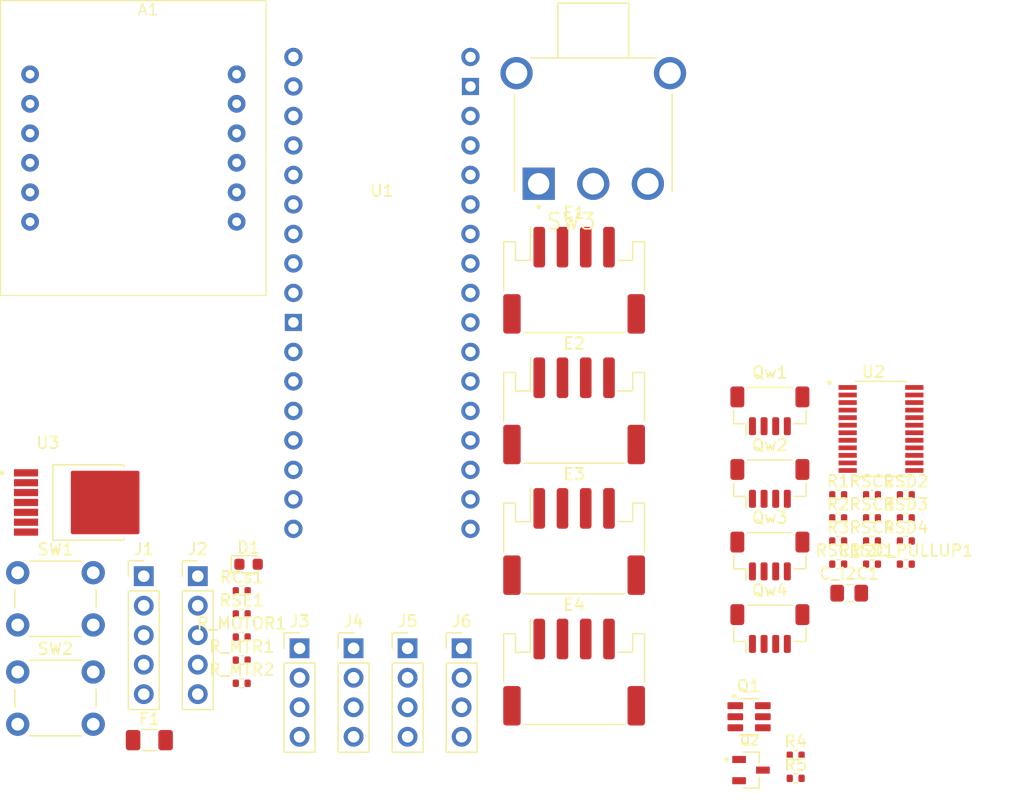
<source format=kicad_pcb>
(kicad_pcb (version 20221018) (generator pcbnew)
  (layers (0 "F.Cu" signal) (31 "B.Cu" signal) (34 "B.Paste" user) (35 "F.Paste" user) (36 "B.SilkS" user "B.Silkscreen") (37 "F.SilkS" user "F.Silkscreen") (38 "B.Mask" user) (39 "F.Mask" user) (44 "Edge.Cuts" user))
  (net 0 "")
  (net 1 "+3.3V")
  (net 3 "GND")
  (net 4 "/SCK")
  (net 5 "/MISO")
  (net 6 "/IMU_INT")
  (net 8 "/IMU_RST")
  (net 9 "/MOSI")
  (net 10 "/IMU_CS")
  (net 11 "/BUCK_5V")
  (net 12 "Net-(D1-A)")
  (net 13 "/HALL_FL_A")
  (net 14 "/HALL_FL_B")
  (net 15 "/HALL_BL_A")
  (net 16 "/HALL_BL_B")
  (net 17 "/HALL_FR_A")
  (net 18 "/HALL_FR_B")
  (net 19 "/HALL_BR_A")
  (net 20 "/HALL_BR_B")
  (net 21 "/VBAT_MOTOR")
  (net 22 "/VBAT_MOTOR_PRE")
  (net 23 "/VBAT")
  (net 24 "/DIR1_L")
  (net 25 "/PWM1_L")
  (net 26 "/DIR2_L")
  (net 27 "/PWM2_L")
  (net 28 "/DIR1_R")
  (net 29 "/PWM1_R")
  (net 30 "/DIR2_R")
  (net 31 "/PWM2_R")
  (net 32 "/RX")
  (net 33 "/TX")
  (net 34 "Net-(Q1-Pad1)")
  (net 35 "Net-(Q1-Pad2)")
  (net 36 "+5V")
  (net 37 "/Qwiic/SD0")
  (net 38 "/Qwiic/SC0")
  (net 39 "/Qwiic/SD1")
  (net 40 "/Qwiic/SC1")
  (net 41 "/Qwiic/SD2")
  (net 42 "/Qwiic/SC2")
  (net 43 "/Qwiic/SD3")
  (net 44 "/Qwiic/SC3")
  (net 45 "Net-(U2-A0)")
  (net 46 "Net-(U2-A1)")
  (net 47 "Net-(U2-A2)")
  (net 48 "Net-(U3-CS)")
  (net 49 "Net-(U3-SE)")
  (net 50 "Net-(U2-~{RESET})")
  (net 51 "Net-(R_MTR1-Pad1)")
  (net 52 "Net-(U3-INPUT)")
  (net 53 "/RST")
  (net 54 "/BOOT")
  (net 57 "/SDA")
  (net 58 "/SCL")
  (footprint "Resistor_SMD:R_0402_1005Metric" (layer "F.Cu") (at 160.74 126.51)
    (fp_text reference "R4" (at 0 -1.17) (layer "F.SilkS"))
    (fp_text value "10K")
    (pad "1" smd roundrect (at -0.51 0) (size 0.54 0.64) (layers "F.Cu" "F.Paste" "F.Mask") (net 35 "Net-(Q1-Pad2)"))
    (pad "2" smd roundrect (at 0.51 0) (size 0.54 0.64) (layers "F.Cu" "F.Paste" "F.Mask") (net 3 "GND"))
  )
  (footprint "Resistor_SMD:R_0402_1005Metric" (layer "F.Cu") (at 170.22 104.08)
    (fp_text reference "RSD2" (at 0 -1.17) (layer "F.SilkS"))
    (fp_text value "10k")
    (pad "1" smd roundrect (at -0.51 0) (size 0.54 0.64) (layers "F.Cu" "F.Paste" "F.Mask") (net 39 "/Qwiic/SD1"))
    (pad "2" smd roundrect (at 0.51 0) (size 0.54 0.64) (layers "F.Cu" "F.Paste" "F.Mask") (net 1 "+3.3V"))
  )
  (footprint "Fuse:Fuse_1206_3216Metric" (layer "F.Cu") (at 105.11 125.21)
    (fp_text reference "F1" (at 0 -1.82) (layer "F.SilkS"))
    (fp_text value "20A")
    (pad "1" smd roundrect (at -1.4 0) (size 1.25 1.75) (layers "F.Cu" "F.Paste" "F.Mask") (roundrect_rratio 0.2) (net 21 "/VBAT_MOTOR"))
    (pad "2" smd roundrect (at 1.4 0) (size 1.25 1.75) (layers "F.Cu" "F.Paste" "F.Mask") (roundrect_rratio 0.2) (net 22 "/VBAT_MOTOR_PRE"))
  )
  (footprint "Resistor_SMD:R_0402_1005Metric" (layer "F.Cu") (at 164.4 108.06)
    (fp_text reference "R3" (at 0 -1.17) (layer "F.SilkS"))
    (fp_text value "10K")
    (pad "1" smd roundrect (at -0.51 0) (size 0.54 0.64) (layers "F.Cu" "F.Paste" "F.Mask") (net 47 "Net-(U2-A2)"))
    (pad "2" smd roundrect (at 0.51 0) (size 0.54 0.64) (layers "F.Cu" "F.Paste" "F.Mask") (net 3 "GND"))
  )
  (footprint "Resistor_SMD:R_0402_1005Metric" (layer "F.Cu") (at 170.22 108.06)
    (fp_text reference "RSD4" (at 0 -1.17) (layer "F.SilkS"))
    (fp_text value "10k")
    (pad "1" smd roundrect (at -0.51 0) (size 0.54 0.64) (layers "F.Cu" "F.Paste" "F.Mask") (net 43 "/Qwiic/SD3"))
    (pad "2" smd roundrect (at 0.51 0) (size 0.54 0.64) (layers "F.Cu" "F.Paste" "F.Mask") (net 1 "+3.3V"))
  )
  (footprint "Resistor_SMD:R_0402_1005Metric" (layer "F.Cu") (at 113.06 114.34)
    (fp_text reference "RSE1" (at 0 -1.17) (layer "F.SilkS"))
    (fp_text value "15k")
    (pad "1" smd roundrect (at -0.51 0) (size 0.54 0.64) (layers "F.Cu" "F.Paste" "F.Mask") (net 49 "Net-(U3-SE)"))
    (pad "2" smd roundrect (at 0.51 0) (size 0.54 0.64) (layers "F.Cu" "F.Paste" "F.Mask") (net 3 "GND"))
  )
  (footprint "LED_SMD:LED_0603_1608Metric" (layer "F.Cu") (at 113.65 110.06)
    (fp_text reference "D1" (at 0 -1.43) (layer "F.SilkS"))
    (fp_text value "MOTOR_LED")
    (pad "1" smd roundrect (at -0.7875 0) (size 0.875 0.95) (layers "F.Cu" "F.Paste" "F.Mask") (net 3 "GND"))
    (pad "2" smd roundrect (at 0.7875 0) (size 0.875 0.95) (layers "F.Cu" "F.Paste" "F.Mask") (net 12 "Net-(D1-A)"))
  )
  (footprint "2.679:SW_500SSP1S1M6QEA" (layer "F.Cu") (at 143.32 72.53)
    (fp_text reference "SW3" (at -1.905 8.001) (layer "F.SilkS") (effects (font (size 1.4 1.4))))
    (fp_text value "SW_PWR")
    (pad "1" thru_hole rect (at -4.7 4.765) (size 2.775 2.775) (drill 1.85) (layers "*.Cu" "*.Mask") (net 51 "Net-(R_MTR1-Pad1)"))
    (pad "2" thru_hole circle (at 0 4.765) (size 2.775 2.775) (drill 1.85) (layers "*.Cu" "*.Mask") (net 23 "/VBAT"))
    (pad "3" thru_hole circle (at 4.7 4.765) (size 2.775 2.775) (drill 1.85) (layers "*.Cu" "*.Mask"))
    (pad "S1" thru_hole circle (at -6.605 -4.765) (size 2.775 2.775) (drill 1.85) (layers "*.Cu" "*.Mask"))
    (pad "S2" thru_hole circle (at 6.605 -4.765) (size 2.775 2.775) (drill 1.85) (layers "*.Cu" "*.Mask"))
  )
  (footprint "Resistor_SMD:R_0402_1005Metric" (layer "F.Cu") (at 167.31 104.08)
    (fp_text reference "RSC2" (at 0 -1.17) (layer "F.SilkS"))
    (fp_text value "10k")
    (pad "1" smd roundrect (at -0.51 0) (size 0.54 0.64) (layers "F.Cu" "F.Paste" "F.Mask") (net 40 "/Qwiic/SC1"))
    (pad "2" smd roundrect (at 0.51 0) (size 0.54 0.64) (layers "F.Cu" "F.Paste" "F.Mask") (net 1 "+3.3V"))
  )
  (footprint "Resistor_SMD:R_0402_1005Metric" (layer "F.Cu") (at 113.06 120.31)
    (fp_text reference "R_MTR2" (at 0 -1.17) (layer "F.SilkS"))
    (fp_text value "15k")
    (pad "1" smd roundrect (at -0.51 0) (size 0.54 0.64) (layers "F.Cu" "F.Paste" "F.Mask") (net 52 "Net-(U3-INPUT)"))
    (pad "2" smd roundrect (at 0.51 0) (size 0.54 0.64) (layers "F.Cu" "F.Paste" "F.Mask") (net 3 "GND"))
  )
  (footprint "Connector_PinHeader_2.54mm:PinHeader_1x05_P2.54mm_Vertical" (layer "F.Cu") (at 104.63 111.09)
    (fp_text reference "J1" (at 0 -2.33) (layer "F.SilkS"))
    (fp_text value "Motor Control L")
    (pad "1" thru_hole rect (at 0 0) (size 1.7 1.7) (drill 1) (layers "*.Cu" "*.Mask") (net 24 "/DIR1_L"))
    (pad "2" thru_hole oval (at 0 2.54) (size 1.7 1.7) (drill 1) (layers "*.Cu" "*.Mask") (net 25 "/PWM1_L"))
    (pad "3" thru_hole oval (at 0 5.08) (size 1.7 1.7) (drill 1) (layers "*.Cu" "*.Mask") (net 26 "/DIR2_L"))
    (pad "4" thru_hole oval (at 0 7.62) (size 1.7 1.7) (drill 1) (layers "*.Cu" "*.Mask") (net 27 "/PWM2_L"))
    (pad "5" thru_hole oval (at 0 10.16) (size 1.7 1.7) (drill 1) (layers "*.Cu" "*.Mask") (net 3 "GND"))
  )
  (footprint "Connector_JST:JST_PH_S4B-PH-SM4-TB_1x04-1MP_P2.00mm_Horizontal" (layer "F.Cu") (at 141.67 85.6)
    (fp_text reference "E1" (at 0 -5.8) (layer "F.SilkS"))
    (fp_text value "FL Encoder")
    (pad "1" smd roundrect (at -3 -2.85) (size 1 3.5) (layers "F.Cu" "F.Paste" "F.Mask") (net 13 "/HALL_FL_A"))
    (pad "2" smd roundrect (at -1 -2.85) (size 1 3.5) (layers "F.Cu" "F.Paste" "F.Mask") (net 14 "/HALL_FL_B"))
    (pad "3" smd roundrect (at 1 -2.85) (size 1 3.5) (layers "F.Cu" "F.Paste" "F.Mask") (net 1 "+3.3V"))
    (pad "4" smd roundrect (at 3 -2.85) (size 1 3.5) (layers "F.Cu" "F.Paste" "F.Mask") (net 3 "GND"))
    (pad "MP" smd roundrect (at -5.35 2.9) (size 1.5 3.4) (layers "F.Cu" "F.Paste" "F.Mask") (roundrect_rratio 0.166667))
    (pad "MP" smd roundrect (at 5.35 2.9) (size 1.5 3.4) (layers "F.Cu" "F.Paste" "F.Mask") (roundrect_rratio 0.166667))
  )
  (footprint "Connector_PinHeader_2.54mm:PinHeader_1x04_P2.54mm_Vertical" (layer "F.Cu") (at 122.69 117.3)
    (fp_text reference "J4" (at 0 -2.33) (layer "F.SilkS"))
    (fp_text value "3.3V")
    (pad "1" thru_hole rect (at 0 0) (size 1.7 1.7) (drill 1) (layers "*.Cu" "*.Mask") (net 1 "+3.3V"))
    (pad "2" thru_hole oval (at 0 2.54) (size 1.7 1.7) (drill 1) (layers "*.Cu" "*.Mask") (net 1 "+3.3V"))
    (pad "3" thru_hole oval (at 0 5.08) (size 1.7 1.7) (drill 1) (layers "*.Cu" "*.Mask") (net 1 "+3.3V"))
    (pad "4" thru_hole oval (at 0 7.62) (size 1.7 1.7) (drill 1) (layers "*.Cu" "*.Mask") (net 1 "+3.3V"))
  )
  (footprint "footprints:SOT95P285X140-6N" (layer "F.Cu") (at 156.73 123.1935)
    (fp_text reference "Q1" (at -0.04299 -2.635) (layer "F.SilkS"))
    (fp_text value "DMMT5401-7-F")
    (pad "1" smd roundrect (at -1.185 -0.95) (size 1.35 0.6) (layers "F.Cu" "F.Paste" "F.Mask") (roundrect_rratio 0.15) (net 34 "Net-(Q1-Pad1)"))
    (pad "2" smd roundrect (at -1.185 0) (size 1.35 0.6) (layers "F.Cu" "F.Paste" "F.Mask") (roundrect_rratio 0.15) (net 35 "Net-(Q1-Pad2)"))
    (pad "3" smd roundrect (at -1.185 0.95) (size 1.35 0.6) (layers "F.Cu" "F.Paste" "F.Mask") (roundrect_rratio 0.15) (net 35 "Net-(Q1-Pad2)"))
    (pad "4" smd roundrect (at 1.185 0.95) (size 1.35 0.6) (layers "F.Cu" "F.Paste" "F.Mask") (roundrect_rratio 0.15) (net 35 "Net-(Q1-Pad2)"))
    (pad "5" smd roundrect (at 1.185 0) (size 1.35 0.6) (layers "F.Cu" "F.Paste" "F.Mask") (roundrect_rratio 0.15) (net 11 "/BUCK_5V"))
    (pad "6" smd roundrect (at 1.185 -0.95) (size 1.35 0.6) (layers "F.Cu" "F.Paste" "F.Mask") (roundrect_rratio 0.15) (net 36 "+5V"))
  )
  (footprint "Resistor_SMD:R_0402_1005Metric" (layer "F.Cu") (at 167.31 108.06)
    (fp_text reference "RSC4" (at 0 -1.17) (layer "F.SilkS"))
    (fp_text value "10k")
    (pad "1" smd roundrect (at -0.51 0) (size 0.54 0.64) (layers "F.Cu" "F.Paste" "F.Mask") (net 44 "/Qwiic/SC3"))
    (pad "2" smd roundrect (at 0.51 0) (size 0.54 0.64) (layers "F.Cu" "F.Paste" "F.Mask") (net 1 "+3.3V"))
  )
  (footprint "Resistor_SMD:R_0402_1005Metric" (layer "F.Cu") (at 113.06 118.32)
    (fp_text reference "R_MTR1" (at 0 -1.17) (layer "F.SilkS"))
    (fp_text value "15k")
    (pad "1" smd roundrect (at -0.51 0) (size 0.54 0.64) (layers "F.Cu" "F.Paste" "F.Mask") (net 51 "Net-(R_MTR1-Pad1)"))
    (pad "2" smd roundrect (at 0.51 0) (size 0.54 0.64) (layers "F.Cu" "F.Paste" "F.Mask") (net 52 "Net-(U3-INPUT)"))
  )
  (footprint "Connector_JST:JST_PH_S4B-PH-SM4-TB_1x04-1MP_P2.00mm_Horizontal" (layer "F.Cu") (at 141.67 108.1)
    (fp_text reference "E3" (at 0 -5.8) (layer "F.SilkS"))
    (fp_text value "FR Encoder")
    (pad "1" smd roundrect (at -3 -2.85) (size 1 3.5) (layers "F.Cu" "F.Paste" "F.Mask") (net 17 "/HALL_FR_A"))
    (pad "2" smd roundrect (at -1 -2.85) (size 1 3.5) (layers "F.Cu" "F.Paste" "F.Mask") (net 18 "/HALL_FR_B"))
    (pad "3" smd roundrect (at 1 -2.85) (size 1 3.5) (layers "F.Cu" "F.Paste" "F.Mask") (net 1 "+3.3V"))
    (pad "4" smd roundrect (at 3 -2.85) (size 1 3.5) (layers "F.Cu" "F.Paste" "F.Mask") (net 3 "GND"))
    (pad "MP" smd roundrect (at -5.35 2.9) (size 1.5 3.4) (layers "F.Cu" "F.Paste" "F.Mask") (roundrect_rratio 0.166667))
    (pad "MP" smd roundrect (at 5.35 2.9) (size 1.5 3.4) (layers "F.Cu" "F.Paste" "F.Mask") (roundrect_rratio 0.166667))
  )
  (footprint "Capacitor_SMD:C_0805_2012Metric_Pad1.18x1.45mm_HandSolder" (layer "F.Cu") (at 165.35 112.55)
    (fp_text reference "C_i2C1" (at 0 -1.68) (layer "F.SilkS"))
    (fp_text value "10uF")
    (pad "1" smd roundrect (at -1.0375 0) (size 1.175 1.45) (layers "F.Cu" "F.Paste" "F.Mask") (roundrect_rratio 0.212766) (net 1 "+3.3V"))
    (pad "2" smd roundrect (at 1.0375 0) (size 1.175 1.45) (layers "F.Cu" "F.Paste" "F.Mask") (roundrect_rratio 0.212766) (net 3 "GND"))
  )
  (footprint "Connector_JST:JST_SH_BM04B-SRSS-TB_1x04-1MP_P1.00mm_Vertical" (layer "F.Cu") (at 158.52 115.6)
    (fp_text reference "Qw4" (at 0 -3.3) (layer "F.SilkS"))
    (fp_text value "Qwiic")
    (pad "1" smd roundrect (at -1.5 1.325) (size 0.6 1.55) (layers "F.Cu" "F.Paste" "F.Mask") (net 3 "GND"))
    (pad "2" smd roundrect (at -0.5 1.325) (size 0.6 1.55) (layers "F.Cu" "F.Paste" "F.Mask") (net 1 "+3.3V"))
    (pad "3" smd roundrect (at 0.5 1.325) (size 0.6 1.55) (layers "F.Cu" "F.Paste" "F.Mask") (net 43 "/Qwiic/SD3"))
    (pad "4" smd roundrect (at 1.5 1.325) (size 0.6 1.55) (layers "F.Cu" "F.Paste" "F.Mask") (net 44 "/Qwiic/SC3"))
    (pad "MP" smd roundrect (at -2.8 -1.2) (size 1.2 1.8) (layers "F.Cu" "F.Paste" "F.Mask") (roundrect_rratio 0.208333))
    (pad "MP" smd roundrect (at 2.8 -1.2) (size 1.2 1.8) (layers "F.Cu" "F.Paste" "F.Mask") (roundrect_rratio 0.208333))
  )
  (footprint "Connector_PinHeader_2.54mm:PinHeader_1x04_P2.54mm_Vertical" (layer "F.Cu") (at 127.34 117.3)
    (fp_text reference "J5" (at 0 -2.33) (layer "F.SilkS"))
    (fp_text value "UART")
    (pad "1" thru_hole rect (at 0 0) (size 1.7 1.7) (drill 1) (layers "*.Cu" "*.Mask") (net 3 "GND"))
    (pad "2" thru_hole oval (at 0 2.54) (size 1.7 1.7) (drill 1) (layers "*.Cu" "*.Mask") (net 1 "+3.3V"))
    (pad "3" thru_hole oval (at 0 5.08) (size 1.7 1.7) (drill 1) (layers "*.Cu" "*.Mask") (net 32 "/RX"))
    (pad "4" thru_hole oval (at 0 7.62) (size 1.7 1.7) (drill 1) (layers "*.Cu" "*.Mask") (net 33 "/TX"))
  )
  (footprint "Connector_JST:JST_SH_BM04B-SRSS-TB_1x04-1MP_P1.00mm_Vertical" (layer "F.Cu") (at 158.52 109.35)
    (fp_text reference "Qw3" (at 0 -3.3) (layer "F.SilkS"))
    (fp_text value "Qwiic")
    (pad "1" smd roundrect (at -1.5 1.325) (size 0.6 1.55) (layers "F.Cu" "F.Paste" "F.Mask") (net 3 "GND"))
    (pad "2" smd roundrect (at -0.5 1.325) (size 0.6 1.55) (layers "F.Cu" "F.Paste" "F.Mask") (net 1 "+3.3V"))
    (pad "3" smd roundrect (at 0.5 1.325) (size 0.6 1.55) (layers "F.Cu" "F.Paste" "F.Mask") (net 41 "/Qwiic/SD2"))
    (pad "4" smd roundrect (at 1.5 1.325) (size 0.6 1.55) (layers "F.Cu" "F.Paste" "F.Mask") (net 42 "/Qwiic/SC2"))
    (pad "MP" smd roundrect (at -2.8 -1.2) (size 1.2 1.8) (layers "F.Cu" "F.Paste" "F.Mask") (roundrect_rratio 0.208333))
    (pad "MP" smd roundrect (at 2.8 -1.2) (size 1.2 1.8) (layers "F.Cu" "F.Paste" "F.Mask") (roundrect_rratio 0.208333))
  )
  (footprint "Button_Switch_THT:SW_PUSH_6mm" (layer "F.Cu") (at 93.78 119.34)
    (fp_text reference "SW2" (at 3.25 -2) (layer "F.SilkS"))
    (fp_text value "BOOT_SW")
    (pad "1" thru_hole circle (at 0 0 90) (size 2 2) (drill 1.1) (layers "*.Cu" "*.Mask") (net 54 "/BOOT"))
    (pad "1" thru_hole circle (at 6.5 0 90) (size 2 2) (drill 1.1) (layers "*.Cu" "*.Mask") (net 54 "/BOOT"))
    (pad "2" thru_hole circle (at 0 4.5 90) (size 2 2) (drill 1.1) (layers "*.Cu" "*.Mask") (net 3 "GND"))
    (pad "2" thru_hole circle (at 6.5 4.5 90) (size 2 2) (drill 1.1) (layers "*.Cu" "*.Mask") (net 3 "GND"))
  )
  (footprint "Resistor_SMD:R_0402_1005Metric" (layer "F.Cu") (at 170.22 110.05)
    (fp_text reference "R_I2C_PULLUP1" (at 0 -1.17) (layer "F.SilkS"))
    (fp_text value "10K")
    (pad "1" smd roundrect (at -0.51 0) (size 0.54 0.64) (layers "F.Cu" "F.Paste" "F.Mask") (net 1 "+3.3V"))
    (pad "2" smd roundrect (at 0.51 0) (size 0.54 0.64) (layers "F.Cu" "F.Paste" "F.Mask") (net 50 "Net-(U2-~{RESET})"))
  )
  (footprint "2.004:DPAK85P972X240-8N" (layer "F.Cu") (at 98.8575 104.74)
    (fp_text reference "U3" (at -2.4775 -5.135) (layer "F.SilkS"))
    (fp_text value "MOTOR_PWR")
    (pad "1" smd roundrect (at -4.3625 -2.55) (size 2.08 0.62) (layers "F.Cu" "F.Paste" "F.Mask") (roundrect_rratio 0.02) (net 22 "/VBAT_MOTOR_PRE"))
    (pad "2" smd roundrect (at -4.3625 -1.7) (size 2.08 0.62) (layers "F.Cu" "F.Paste" "F.Mask") (roundrect_rratio 0.02) (net 22 "/VBAT_MOTOR_PRE"))
    (pad "3" smd roundrect (at -4.3625 -0.85) (size 2.08 0.62) (layers "F.Cu" "F.Paste" "F.Mask") (roundrect_rratio 0.02) (net 22 "/VBAT_MOTOR_PRE"))
    (pad "4" smd roundrect (at -4.3625 0) (size 2.08 0.62) (layers "F.Cu" "F.Paste" "F.Mask") (roundrect_rratio 0.02) (net 52 "Net-(U3-INPUT)"))
    (pad "5" smd roundrect (at -4.3625 0.85) (size 2.08 0.62) (layers "F.Cu" "F.Paste" "F.Mask") (roundrect_rratio 0.02) (net 48 "Net-(U3-CS)"))
    (pad "6" smd roundrect (at -4.3625 1.7) (size 2.08 0.62) (layers "F.Cu" "F.Paste" "F.Mask") (roundrect_rratio 0.02) (net 49 "Net-(U3-SE)"))
    (pad "7" smd roundrect (at -4.3625 2.55) (size 2.08 0.62) (layers "F.Cu" "F.Paste" "F.Mask") (roundrect_rratio 0.02) (net 3 "GND"))
    (pad "8" smd roundrect (at 2.4475 0) (size 5.91 5.47) (layers "F.Cu" "F.Mask") (roundrect_rratio 0.03) (net 23 "/VBAT"))
  )
  (footprint "Resistor_SMD:R_0402_1005Metric" (layer "F.Cu") (at 167.31 110.05)
    (fp_text reference "RSD1" (at 0 -1.17) (layer "F.SilkS"))
    (fp_text value "10k")
    (pad "1" smd roundrect (at -0.51 0) (size 0.54 0.64) (layers "F.Cu" "F.Paste" "F.Mask") (net 37 "/Qwiic/SD0"))
    (pad "2" smd roundrect (at 0.51 0) (size 0.54 0.64) (layers "F.Cu" "F.Paste" "F.Mask") (net 1 "+3.3V"))
  )
  (footprint "Resistor_SMD:R_0402_1005Metric" (layer "F.Cu") (at 164.4 104.08)
    (fp_text reference "R1" (at 0 -1.17) (layer "F.SilkS"))
    (fp_text value "10K")
    (pad "1" smd roundrect (at -0.51 0) (size 0.54 0.64) (layers "F.Cu" "F.Paste" "F.Mask") (net 45 "Net-(U2-A0)"))
    (pad "2" smd roundrect (at 0.51 0) (size 0.54 0.64) (layers "F.Cu" "F.Paste" "F.Mask") (net 3 "GND"))
  )
  (footprint "Connector_JST:JST_PH_S4B-PH-SM4-TB_1x04-1MP_P2.00mm_Horizontal" (layer "F.Cu") (at 141.67 96.85)
    (fp_text reference "E2" (at 0 -5.8) (layer "F.SilkS"))
    (fp_text value "BL Encoder")
    (pad "1" smd roundrect (at -3 -2.85) (size 1 3.5) (layers "F.Cu" "F.Paste" "F.Mask") (net 15 "/HALL_BL_A"))
    (pad "2" smd roundrect (at -1 -2.85) (size 1 3.5) (layers "F.Cu" "F.Paste" "F.Mask") (net 16 "/HALL_BL_B"))
    (pad "3" smd roundrect (at 1 -2.85) (size 1 3.5) (layers "F.Cu" "F.Paste" "F.Mask") (net 1 "+3.3V"))
    (pad "4" smd roundrect (at 3 -2.85) (size 1 3.5) (layers "F.Cu" "F.Paste" "F.Mask") (net 3 "GND"))
    (pad "MP" smd roundrect (at -5.35 2.9) (size 1.5 3.4) (layers "F.Cu" "F.Paste" "F.Mask") (roundrect_rratio 0.166667))
    (pad "MP" smd roundrect (at 5.35 2.9) (size 1.5 3.4) (layers "F.Cu" "F.Paste" "F.Mask") (roundrect_rratio 0.166667))
  )
  (footprint "Button_Switch_THT:SW_PUSH_6mm" (layer "F.Cu") (at 93.78 110.79)
    (fp_text reference "SW1" (at 3.25 -2) (layer "F.SilkS"))
    (fp_text value "RST_SW")
    (pad "1" thru_hole circle (at 0 0 90) (size 2 2) (drill 1.1) (layers "*.Cu" "*.Mask") (net 3 "GND"))
    (pad "1" thru_hole circle (at 6.5 0 90) (size 2 2) (drill 1.1) (layers "*.Cu" "*.Mask") (net 3 "GND"))
    (pad "2" thru_hole circle (at 0 4.5 90) (size 2 2) (drill 1.1) (layers "*.Cu" "*.Mask") (net 53 "/RST"))
    (pad "2" thru_hole circle (at 6.5 4.5 90) (size 2 2) (drill 1.1) (layers "*.Cu" "*.Mask") (net 53 "/RST"))
  )
  (footprint "Resistor_SMD:R_0402_1005Metric" (layer "F.Cu") (at 113.06 116.33)
    (fp_text reference "R_MOTOR1" (at 0 -1.17) (layer "F.SilkS"))
    (fp_text value "1kΩ")
    (pad "1" smd roundrect (at -0.51 0) (size 0.54 0.64) (layers "F.Cu" "F.Paste" "F.Mask") (net 21 "/VBAT_MOTOR"))
    (pad "2" smd roundrect (at 0.51 0) (size 0.54 0.64) (layers "F.Cu" "F.Paste" "F.Mask") (net 12 "Net-(D1-A)"))
  )
  (footprint "Resistor_SMD:R_0402_1005Metric" (layer "F.Cu") (at 164.4 110.05)
    (fp_text reference "RSC1" (at 0 -1.17) (layer "F.SilkS"))
    (fp_text value "10k")
    (pad "1" smd roundrect (at -0.51 0) (size 0.54 0.64) (layers "F.Cu" "F.Paste" "F.Mask") (net 38 "/Qwiic/SC0"))
    (pad "2" smd roundrect (at 0.51 0) (size 0.54 0.64) (layers "F.Cu" "F.Paste" "F.Mask") (net 1 "+3.3V"))
  )
  (footprint "Connector_PinHeader_2.54mm:PinHeader_1x05_P2.54mm_Vertical" (layer "F.Cu") (at 109.28 111.09)
    (fp_text reference "J2" (at 0 -2.33) (layer "F.SilkS"))
    (fp_text value "Motor Control R")
    (pad "1" thru_hole rect (at 0 0) (size 1.7 1.7) (drill 1) (layers "*.Cu" "*.Mask") (net 28 "/DIR1_R"))
    (pad "2" thru_hole oval (at 0 2.54) (size 1.7 1.7) (drill 1) (layers "*.Cu" "*.Mask") (net 29 "/PWM1_R"))
    (pad "3" thru_hole oval (at 0 5.08) (size 1.7 1.7) (drill 1) (layers "*.Cu" "*.Mask") (net 30 "/DIR2_R"))
    (pad "4" thru_hole oval (at 0 7.62) (size 1.7 1.7) (drill 1) (layers "*.Cu" "*.Mask") (net 31 "/PWM2_R"))
    (pad "5" thru_hole oval (at 0 10.16) (size 1.7 1.7) (drill 1) (layers "*.Cu" "*.Mask") (net 3 "GND"))
  )
  (footprint "Resistor_SMD:R_0402_1005Metric" (layer "F.Cu") (at 170.22 106.07)
    (fp_text reference "RSD3" (at 0 -1.17) (layer "F.SilkS"))
    (fp_text value "10k")
    (pad "1" smd roundrect (at -0.51 0) (size 0.54 0.64) (layers "F.Cu" "F.Paste" "F.Mask") (net 41 "/Qwiic/SD2"))
    (pad "2" smd roundrect (at 0.51 0) (size 0.54 0.64) (layers "F.Cu" "F.Paste" "F.Mask") (net 1 "+3.3V"))
  )
  (footprint "Adafruit:Adafruit_BNO085" (layer "F.Cu") (at 105.005 62.785)
    (fp_text reference "A1" (at 0 -0.5 unlocked) (layer "F.SilkS") (effects (font (thickness 0.1))))
    (fp_text value "BNO085")
    (pad "1" thru_hole circle (at -10.16 5.08) (size 1.524 1.524) (drill 0.762) (layers "*.Cu" "*.Mask") (net 1 "+3.3V"))
    (pad "2" thru_hole circle (at -10.16 7.62) (size 1.524 1.524) (drill 0.762) (layers "*.Cu" "*.Mask"))
    (pad "3" thru_hole circle (at -10.16 10.16) (size 1.524 1.524) (drill 0.762) (layers "*.Cu" "*.Mask") (net 3 "GND"))
    (pad "4" thru_hole circle (at -10.16 12.7) (size 1.524 1.524) (drill 0.762) (layers "*.Cu" "*.Mask") (net 4 "/SCK"))
    (pad "5" thru_hole circle (at -10.16 15.24) (size 1.524 1.524) (drill 0.762) (layers "*.Cu" "*.Mask") (net 5 "/MISO"))
    (pad "6" thru_hole circle (at -10.16 17.78) (size 1.524 1.524) (drill 0.762) (layers "*.Cu" "*.Mask") (net 6 "/IMU_INT"))
    (pad "7" thru_hole circle (at 7.62 5.08) (size 1.524 1.524) (drill 0.762) (layers "*.Cu" "*.Mask"))
    (pad "8" thru_hole circle (at 7.62 7.62) (size 1.524 1.524) (drill 0.762) (layers "*.Cu" "*.Mask") (net 1 "+3.3V"))
    (pad "9" thru_hole circle (at 7.62 10.16) (size 1.524 1.524) (drill 0.762) (layers "*.Cu" "*.Mask") (net 1 "+3.3V"))
    (pad "10" thru_hole circle (at 7.62 12.7) (size 1.524 1.524) (drill 0.762) (layers "*.Cu" "*.Mask") (net 8 "/IMU_RST"))
    (pad "11" thru_hole circle (at 7.62 15.24) (size 1.524 1.524) (drill 0.762) (layers "*.Cu" "*.Mask") (net 9 "/MOSI"))
    (pad "12" thru_hole circle (at 7.62 17.78) (size 1.524 1.524) (drill 0.762) (layers "*.Cu" "*.Mask") (net 10 "/IMU_CS"))
  )
  (footprint "Resistor_SMD:R_0402_1005Metric" (layer "F.Cu") (at 167.31 106.07)
    (fp_text reference "RSC3" (at 0 -1.17) (layer "F.SilkS"))
    (fp_text value "10k")
    (pad "1" smd roundrect (at -0.51 0) (size 0.54 0.64) (layers "F.Cu" "F.Paste" "F.Mask") (net 42 "/Qwiic/SC2"))
    (pad "2" smd roundrect (at 0.51 0) (size 0.54 0.64) (layers "F.Cu" "F.Paste" "F.Mask") (net 1 "+3.3V"))
  )
  (footprint "Connector_JST:JST_SH_BM04B-SRSS-TB_1x04-1MP_P1.00mm_Vertical" (layer "F.Cu") (at 158.52 103.1)
    (fp_text reference "Qw2" (at 0 -3.3) (layer "F.SilkS"))
    (fp_text value "Qwiic")
    (pad "1" smd roundrect (at -1.5 1.325) (size 0.6 1.55) (layers "F.Cu" "F.Paste" "F.Mask") (net 3 "GND"))
    (pad "2" smd roundrect (at -0.5 1.325) (size 0.6 1.55) (layers "F.Cu" "F.Paste" "F.Mask") (net 1 "+3.3V"))
    (pad "3" smd roundrect (at 0.5 1.325) (size 0.6 1.55) (layers "F.Cu" "F.Paste" "F.Mask") (net 39 "/Qwiic/SD1"))
    (pad "4" smd roundrect (at 1.5 1.325) (size 0.6 1.55) (layers "F.Cu" "F.Paste" "F.Mask") (net 40 "/Qwiic/SC1"))
    (pad "MP" smd roundrect (at -2.8 -1.2) (size 1.2 1.8) (layers "F.Cu" "F.Paste" "F.Mask") (roundrect_rratio 0.208333))
    (pad "MP" smd roundrect (at 2.8 -1.2) (size 1.2 1.8) (layers "F.Cu" "F.Paste" "F.Mask") (roundrect_rratio 0.208333))
  )
  (footprint "Connector_PinHeader_2.54mm:PinHeader_1x04_P2.54mm_Vertical" (layer "F.Cu") (at 118.04 117.3)
    (fp_text reference "J3" (at 0 -2.33) (layer "F.SilkS"))
    (fp_text value "GND")
    (pad "1" thru_hole rect (at 0 0) (size 1.7 1.7) (drill 1) (layers "*.Cu" "*.Mask") (net 3 "GND"))
    (pad "2" thru_hole oval (at 0 2.54) (size 1.7 1.7) (drill 1) (layers "*.Cu" "*.Mask") (net 3 "GND"))
    (pad "3" thru_hole oval (at 0 5.08) (size 1.7 1.7) (drill 1) (layers "*.Cu" "*.Mask") (net 3 "GND"))
    (pad "4" thru_hole oval (at 0 7.62) (size 1.7 1.7) (drill 1) (layers "*.Cu" "*.Mask") (net 3 "GND"))
  )
  (footprint "Connector_PinHeader_2.54mm:PinHeader_1x04_P2.54mm_Vertical" (layer "F.Cu") (at 131.99 117.3)
    (fp_text reference "J6" (at 0 -2.33) (layer "F.SilkS"))
    (fp_text value "5V")
    (pad "1" thru_hole rect (at 0 0) (size 1.7 1.7) (drill 1) (layers "*.Cu" "*.Mask") (net 11 "/BUCK_5V"))
    (pad "2" thru_hole oval (at 0 2.54) (size 1.7 1.7) (drill 1) (layers "*.Cu" "*.Mask") (net 11 "/BUCK_5V"))
    (pad "3" thru_hole oval (at 0 5.08) (size 1.7 1.7) (drill 1) (layers "*.Cu" "*.Mask") (net 11 "/BUCK_5V"))
    (pad "4" thru_hole oval (at 0 7.62) (size 1.7 1.7) (drill 1) (layers "*.Cu" "*.Mask") (net 11 "/BUCK_5V"))
  )
  (footprint "footprints:ProS3_TH" (layer "F.Cu") (at 125.15 86.6912)
    (fp_text reference "U1" (at 0 -8.8 unlocked) (layer "F.SilkS"))
    (fp_text value "ProS3")
    (pad "1" thru_hole circle (at 7.6 -20.32) (size 1.5748 1.5748) (drill 0.9) (layers "*.Cu" "*.Mask"))
    (pad "2" thru_hole rect (at 7.6 -17.78) (size 1.4732 1.4732) (drill 0.9) (layers "*.Cu" "*.Mask") (net 3 "GND"))
    (pad "3" thru_hole circle (at 7.6 -15.24) (size 1.5748 1.5748) (drill 0.9) (layers "*.Cu" "*.Mask") (net 36 "+5V"))
    (pad "4" thru_hole circle (at 7.6 -12.7) (size 1.5748 1.5748) (drill 0.9) (layers "*.Cu" "*.Mask") (net 1 "+3.3V"))
    (pad "5" thru_hole circle (at 7.6 -10.16) (size 1.5748 1.5748) (drill 0.9) (layers "*.Cu" "*.Mask") (net 13 "/HALL_FL_A"))
    (pad "6" thru_hole circle (at 7.6 -7.62) (size 1.5748 1.5748) (drill 0.9) (layers "*.Cu" "*.Mask") (net 14 "/HALL_FL_B"))
    (pad "7" thru_hole circle (at 7.6 -5.08) (size 1.5748 1.5748) (drill 0.9) (layers "*.Cu" "*.Mask") (net 30 "/DIR2_R"))
    (pad "8" thru_hole circle (at 7.6 -2.54) (size 1.5748 1.5748) (drill 0.9) (layers "*.Cu" "*.Mask") (net 15 "/HALL_BL_A"))
    (pad "9" thru_hole circle (at 7.6 0) (size 1.5748 1.5748) (drill 0.9) (layers "*.Cu" "*.Mask") (net 16 "/HALL_BL_B"))
    (pad "10" thru_hole circle (at 7.6 2.54) (size 1.5748 1.5748) (drill 0.9) (layers "*.Cu" "*.Mask") (net 17 "/HALL_FR_A"))
    (pad "11" thru_hole circle (at 7.6 5.08) (size 1.5748 1.5748) (drill 0.9) (layers "*.Cu" "*.Mask") (net 54 "/BOOT"))
    (pad "12" thru_hole circle (at 7.6 7.62) (size 1.5748 1.5748) (drill 0.9) (layers "*.Cu" "*.Mask"))
    (pad "13" thru_hole circle (at 7.6 10.16) (size 1.5748 1.5748) (drill 0.9) (layers "*.Cu" "*.Mask") (net 19 "/HALL_BR_A"))
    (pad "14" thru_hole circle (at 7.6 12.7) (size 1.5748 1.5748) (drill 0.9) (layers "*.Cu" "*.Mask") (net 20 "/HALL_BR_B"))
    (pad "15" thru_hole circle (at 7.6 15.24) (size 1.5748 1.5748) (drill 0.9) (layers "*.Cu" "*.Mask") (net 8 "/IMU_RST"))
    (pad "16" thru_hole circle (at 7.6 17.78) (size 1.5748 1.5748) (drill 0.9) (layers "*.Cu" "*.Mask") (net 6 "/IMU_INT"))
    (pad "17" thru_hole circle (at 7.6 20.32) (size 1.5748 1.5748) (drill 0.9) (layers "*.Cu" "*.Mask") (net 10 "/IMU_CS"))
    (pad "18" thru_hole circle (at -7.64 20.32) (size 1.5748 1.5748) (drill 0.9) (layers "*.Cu" "*.Mask") (net 27 "/PWM2_L"))
    (pad "19" thru_hole circle (at -7.64 17.78) (size 1.5748 1.5748) (drill 0.9) (layers "*.Cu" "*.Mask") (net 25 "/PWM1_L"))
    (pad "20" thru_hole circle (at -7.64 15.24) (size 1.5748 1.5748) (drill 0.9) (layers "*.Cu" "*.Mask") (net 26 "/DIR2_L"))
    (pad "21" thru_hole circle (at -7.64 12.7) (size 1.5748 1.5748) (drill 0.9) (layers "*.Cu" "*.Mask") (net 24 "/DIR1_L"))
    (pad "22" thru_hole circle (at -7.64 10.16) (size 1.5748 1.5748) (drill 0.9) (layers "*.Cu" "*.Mask") (net 18 "/HALL_FR_B"))
    (pad "23" thru_hole circle (at -7.64 7.62) (size 1.5748 1.5748) (drill 0.9) (layers "*.Cu" "*.Mask") (net 32 "/RX"))
    (pad "24" thru_hole circle (at -7.64 5.08) (size 1.5748 1.5748) (drill 0.9) (layers "*.Cu" "*.Mask") (net 33 "/TX"))
    (pad "25" thru_hole rect (at -7.64 2.54) (size 1.4732 1.4732) (drill 0.9) (layers "*.Cu" "*.Mask") (net 3 "GND"))
    (pad "26" thru_hole circle (at -7.64 0) (size 1.5748 1.5748) (drill 0.9) (layers "*.Cu" "*.Mask") (net 53 "/RST"))
    (pad "27" thru_hole circle (at -7.64 -2.54) (size 1.5748 1.5748) (drill 0.9) (layers "*.Cu" "*.Mask") (net 31 "/PWM2_R"))
    (pad "28" thru_hole circle (at -7.64 -5.08) (size 1.5748 1.5748) (drill 0.9) (layers "*.Cu" "*.Mask") (net 29 "/PWM1_R"))
    (pad "29" thru_hole circle (at -7.64 -7.62) (size 1.5748 1.5748) (drill 0.9) (layers "*.Cu" "*.Mask") (net 57 "/SDA"))
    (pad "30" thru_hole circle (at -7.64 -10.16) (size 1.5748 1.5748) (drill 0.9) (layers "*.Cu" "*.Mask") (net 58 "/SCL"))
    (pad "31" thru_hole circle (at -7.64 -12.7) (size 1.5748 1.5748) (drill 0.9) (layers "*.Cu" "*.Mask") (net 28 "/DIR1_R"))
    (pad "32" thru_hole circle (at -7.64 -15.24) (size 1.5748 1.5748) (drill 0.9) (layers "*.Cu" "*.Mask") (net 4 "/SCK"))
    (pad "33" thru_hole circle (at -7.64 -17.78) (size 1.5748 1.5748) (drill 0.9) (layers "*.Cu" "*.Mask") (net 5 "/MISO"))
    (pad "34" thru_hole circle (at -7.64 -20.32) (size 1.5748 1.5748) (drill 0.9) (layers "*.Cu" "*.Mask") (net 9 "/MOSI"))
  )
  (footprint "Resistor_SMD:R_0402_1005Metric" (layer "F.Cu") (at 160.74 128.5)
    (fp_text reference "R5" (at 0 -1.17) (layer "F.SilkS"))
    (fp_text value "47K")
    (pad "1" smd roundrect (at -0.51 0) (size 0.54 0.64) (layers "F.Cu" "F.Paste" "F.Mask") (net 34 "Net-(Q1-Pad1)"))
    (pad "2" smd roundrect (at 0.51 0) (size 0.54 0.64) (layers "F.Cu" "F.Paste" "F.Mask") (net 3 "GND"))
  )
  (footprint "Connector_JST:JST_PH_S4B-PH-SM4-TB_1x04-1MP_P2.00mm_Horizontal" (layer "F.Cu") (at 141.67 119.35)
    (fp_text reference "E4" (at 0 -5.8) (layer "F.SilkS"))
    (fp_text value "BR Encoder")
    (pad "1" smd roundrect (at -3 -2.85) (size 1 3.5) (layers "F.Cu" "F.Paste" "F.Mask") (net 19 "/HALL_BR_A"))
    (pad "2" smd roundrect (at -1 -2.85) (size 1 3.5) (layers "F.Cu" "F.Paste" "F.Mask") (net 20 "/HALL_BR_B"))
    (pad "3" smd roundrect (at 1 -2.85) (size 1 3.5) (layers "F.Cu" "F.Paste" "F.Mask") (net 1 "+3.3V"))
    (pad "4" smd roundrect (at 3 -2.85) (size 1 3.5) (layers "F.Cu" "F.Paste" "F.Mask") (net 3 "GND"))
    (pad "MP" smd roundrect (at -5.35 2.9) (size 1.5 3.4) (layers "F.Cu" "F.Paste" "F.Mask") (roundrect_rratio 0.166667))
    (pad "MP" smd roundrect (at 5.35 2.9) (size 1.5 3.4) (layers "F.Cu" "F.Paste" "F.Mask") (roundrect_rratio 0.166667))
  )
  (footprint "footprints:SOT91P240X110-3N" (layer "F.Cu") (at 156.895 127.79)
    (fp_text reference "Q2" (at -0.13 -2.548) (layer "F.SilkS") (effects (font (size 0.8 0.8))))
    (fp_text value "DMG2305UX-13")
    (pad "1" smd roundrect (at -1.025 -0.915) (size 1.18 0.61) (layers "F.Cu" "F.Paste" "F.Mask") (roundrect_rratio 0.08) (net 34 "Net-(Q1-Pad1)"))
    (pad "2" smd roundrect (at -1.025 0.915) (size 1.18 0.61) (layers "F.Cu" "F.Paste" "F.Mask") (roundrect_rratio 0.08) (net 36 "+5V"))
    (pad "3" smd roundrect (at 1.025 0) (size 1.18 0.61) (layers "F.Cu" "F.Paste" "F.Mask") (roundrect_rratio 0.08) (net 11 "/BUCK_5V"))
  )
  (footprint "Resistor_SMD:R_0402_1005Metric" (layer "F.Cu") (at 113.06 112.35)
    (fp_text reference "RCs1" (at 0 -1.17) (layer "F.SilkS"))
    (fp_text value "15k")
    (pad "1" smd roundrect (at -0.51 0) (size 0.54 0.64) (layers "F.Cu" "F.Paste" "F.Mask") (net 48 "Net-(U3-CS)"))
    (pad "2" smd roundrect (at 0.51 0) (size 0.54 0.64) (layers "F.Cu" "F.Paste" "F.Mask") (net 3 "GND"))
  )
  (footprint "Resistor_SMD:R_0402_1005Metric" (layer "F.Cu") (at 164.4 106.07)
    (fp_text reference "R2" (at 0 -1.17) (layer "F.SilkS"))
    (fp_text value "10K")
    (pad "1" smd roundrect (at -0.51 0) (size 0.54 0.64) (layers "F.Cu" "F.Paste" "F.Mask") (net 46 "Net-(U2-A1)"))
    (pad "2" smd roundrect (at 0.51 0) (size 0.54 0.64) (layers "F.Cu" "F.Paste" "F.Mask") (net 3 "GND"))
  )
  (footprint "2.004:SOP65P640X120-24N" (layer "F.Cu") (at 168.085 98.41)
    (fp_text reference "U2" (at -0.645 -4.912) (layer "F.SilkS"))
    (fp_text value "TCA9548APWR")
    (pad "1" smd roundrect (at -2.87 -3.575) (size 1.57 0.41) (layers "F.Cu" "F.Paste" "F.Mask") (roundrect_rratio 0.05) (net 45 "Net-(U2-A0)"))
    (pad "2" smd roundrect (at -2.87 -2.925) (size 1.57 0.41) (layers "F.Cu" "F.Paste" "F.Mask") (roundrect_rratio 0.05) (net 46 "Net-(U2-A1)"))
    (pad "3" smd roundrect (at -2.87 -2.275) (size 1.57 0.41) (layers "F.Cu" "F.Paste" "F.Mask") (roundrect_rratio 0.05) (net 50 "Net-(U2-~{RESET})"))
    (pad "4" smd roundrect (at -2.87 -1.625) (size 1.57 0.41) (layers "F.Cu" "F.Paste" "F.Mask") (roundrect_rratio 0.05) (net 37 "/Qwiic/SD0"))
    (pad "5" smd roundrect (at -2.87 -0.975) (size 1.57 0.41) (layers "F.Cu" "F.Paste" "F.Mask") (roundrect_rratio 0.05) (net 38 "/Qwiic/SC0"))
    (pad "6" smd roundrect (at -2.87 -0.325) (size 1.57 0.41) (layers "F.Cu" "F.Paste" "F.Mask") (roundrect_rratio 0.05) (net 39 "/Qwiic/SD1"))
    (pad "7" smd roundrect (at -2.87 0.325) (size 1.57 0.41) (layers "F.Cu" "F.Paste" "F.Mask") (roundrect_rratio 0.05) (net 40 "/Qwiic/SC1"))
    (pad "8" smd roundrect (at -2.87 0.975) (size 1.57 0.41) (layers "F.Cu" "F.Paste" "F.Mask") (roundrect_rratio 0.05) (net 41 "/Qwiic/SD2"))
    (pad "9" smd roundrect (at -2.87 1.625) (size 1.57 0.41) (layers "F.Cu" "F.Paste" "F.Mask") (roundrect_rratio 0.05) (net 42 "/Qwiic/SC2"))
    (pad "10" smd roundrect (at -2.87 2.275) (size 1.57 0.41) (layers "F.Cu" "F.Paste" "F.Mask") (roundrect_rratio 0.05) (net 43 "/Qwiic/SD3"))
    (pad "11" smd roundrect (at -2.87 2.925) (size 1.57 0.41) (layers "F.Cu" "F.Paste" "F.Mask") (roundrect_rratio 0.05) (net 44 "/Qwiic/SC3"))
    (pad "12" smd roundrect (at -2.87 3.575) (size 1.57 0.41) (layers "F.Cu" "F.Paste" "F.Mask") (roundrect_rratio 0.05) (net 3 "GND"))
    (pad "13" smd roundrect (at 2.87 3.575) (size 1.57 0.41) (layers "F.Cu" "F.Paste" "F.Mask") (roundrect_rratio 0.05))
    (pad "14" smd roundrect (at 2.87 2.925) (size 1.57 0.41) (layers "F.Cu" "F.Paste" "F.Mask") (roundrect_rratio 0.05))
    (pad "15" smd roundrect (at 2.87 2.275) (size 1.57 0.41) (layers "F.Cu" "F.Paste" "F.Mask") (roundrect_rratio 0.05))
    (pad "16" smd roundrect (at 2.87 1.625) (size 1.57 0.41) (layers "F.Cu" "F.Paste" "F.Mask") (roundrect_rratio 0.05))
    (pad "17" smd roundrect (at 2.87 0.975) (size 1.57 0.41) (layers "F.Cu" "F.Paste" "F.Mask") (roundrect_rratio 0.05))
    (pad "18" smd roundrect (at 2.87 0.325) (size 1.57 0.41) (layers "F.Cu" "F.Paste" "F.Mask") (roundrect_rratio 0.05))
    (pad "19" smd roundrect (at 2.87 -0.325) (size 1.57 0.41) (layers "F.Cu" "F.Paste" "F.Mask") (roundrect_rratio 0.05))
    (pad "20" smd roundrect (at 2.87 -0.975) (size 1.57 0.41) (layers "F.Cu" "F.Paste" "F.Mask") (roundrect_rratio 0.05))
    (pad "21" smd roundrect (at 2.87 -1.625) (size 1.57 0.41) (layers "F.Cu" "F.Paste" "F.Mask") (roundrect_rratio 0.05) (net 47 "Net-(U2-A2)"))
    (pad "22" smd roundrect (at 2.87 -2.275) (size 1.57 0.41) (layers "F.Cu" "F.Paste" "F.Mask") (roundrect_rratio 0.05) (net 58 "/SCL"))
    (pad "23" smd roundrect (at 2.87 -2.925) (size 1.57 0.41) (layers "F.Cu" "F.Paste" "F.Mask") (roundrect_rratio 0.05) (net 57 "/SDA"))
    (pad "24" smd roundrect (at 2.87 -3.575) (size 1.57 0.41) (layers "F.Cu" "F.Paste" "F.Mask") (roundrect_rratio 0.05) (net 1 "+3.3V"))
  )
  (footprint "Connector_JST:JST_SH_BM04B-SRSS-TB_1x04-1MP_P1.00mm_Vertical" (layer "F.Cu") (at 158.52 96.85)
    (fp_text reference "Qw1" (at 0 -3.3) (layer "F.SilkS"))
    (fp_text value "Qwiic")
    (pad "1" smd roundrect (at -1.5 1.325) (size 0.6 1.55) (layers "F.Cu" "F.Paste" "F.Mask") (net 3 "GND"))
    (pad "2" smd roundrect (at -0.5 1.325) (size 0.6 1.55) (layers "F.Cu" "F.Paste" "F.Mask") (net 1 "+3.3V"))
    (pad "3" smd roundrect (at 0.5 1.325) (size 0.6 1.55) (layers "F.Cu" "F.Paste" "F.Mask") (net 37 "/Qwiic/SD0"))
    (pad "4" smd roundrect (at 1.5 1.325) (size 0.6 1.55) (layers "F.Cu" "F.Paste" "F.Mask") (net 38 "/Qwiic/SC0"))
    (pad "MP" smd roundrect (at -2.8 -1.2) (size 1.2 1.8) (layers "F.Cu" "F.Paste" "F.Mask") (roundrect_rratio 0.208333))
    (pad "MP" smd roundrect (at 2.8 -1.2) (size 1.2 1.8) (layers "F.Cu" "F.Paste" "F.Mask") (roundrect_rratio 0.208333))
  )
)
</source>
